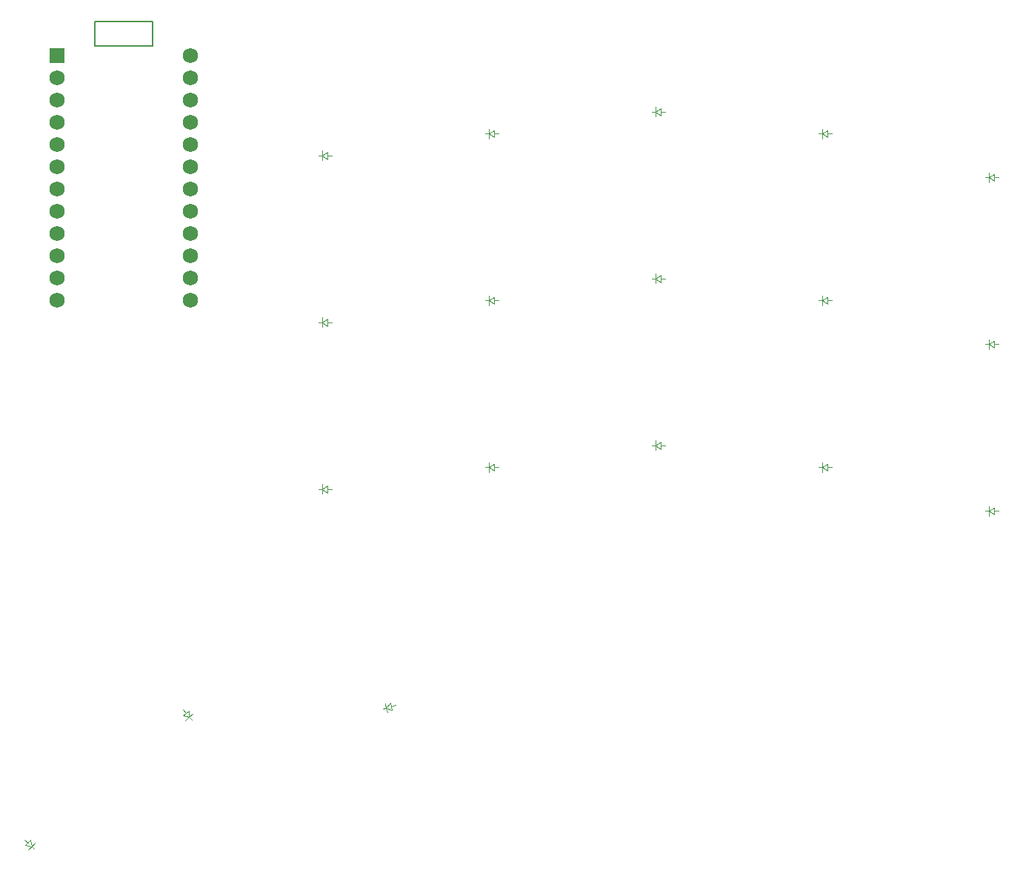
<source format=gbr>
%TF.GenerationSoftware,KiCad,Pcbnew,7.0.10*%
%TF.CreationDate,2024-01-22T21:29:34+02:00*%
%TF.ProjectId,juubo_right_final,6a757562-6f5f-4726-9967-68745f66696e,v1.0.0*%
%TF.SameCoordinates,Original*%
%TF.FileFunction,Legend,Bot*%
%TF.FilePolarity,Positive*%
%FSLAX46Y46*%
G04 Gerber Fmt 4.6, Leading zero omitted, Abs format (unit mm)*
G04 Created by KiCad (PCBNEW 7.0.10) date 2024-01-22 21:29:34*
%MOMM*%
%LPD*%
G01*
G04 APERTURE LIST*
%ADD10C,0.150000*%
%ADD11C,0.100000*%
%ADD12R,1.752600X1.752600*%
%ADD13C,1.752600*%
G04 APERTURE END LIST*
D10*
%TO.C,T1*%
X288652306Y-50959506D02*
X288652306Y-53809506D01*
X288652306Y-53809506D02*
X295252306Y-53809506D01*
X291952306Y-50959506D02*
X288652306Y-50959506D01*
X291952306Y-50959506D02*
X295252306Y-50959506D01*
X293902306Y-50959506D02*
X290002306Y-50959506D01*
X295252306Y-53809506D02*
X295252306Y-50959506D01*
D11*
%TO.C,D10*%
X333302303Y-101899005D02*
X333702303Y-101899005D01*
X333702303Y-101899005D02*
X333702303Y-101349005D01*
X333702303Y-101899005D02*
X333702303Y-102449005D01*
X333702303Y-101899005D02*
X334302303Y-101499005D01*
X334302303Y-101499005D02*
X334302303Y-102299005D01*
X334302303Y-101899005D02*
X334802303Y-101899005D01*
X334302303Y-102299005D02*
X333702303Y-101899005D01*
%TO.C,D1*%
X390452306Y-106899003D02*
X390852306Y-106899003D01*
X390852306Y-106899003D02*
X390852306Y-106349003D01*
X390852306Y-106899003D02*
X390852306Y-107449003D01*
X390852306Y-106899003D02*
X391452306Y-106499003D01*
X391452306Y-106499003D02*
X391452306Y-107299003D01*
X391452306Y-106899003D02*
X391952306Y-106899003D01*
X391452306Y-107299003D02*
X390852306Y-106899003D01*
%TO.C,D8*%
X352352303Y-80349006D02*
X352752303Y-80349006D01*
X352752303Y-80349006D02*
X352752303Y-79799006D01*
X352752303Y-80349006D02*
X352752303Y-80899006D01*
X352752303Y-80349006D02*
X353352303Y-79949006D01*
X353352303Y-79949006D02*
X353352303Y-80749006D01*
X353352303Y-80349006D02*
X353852303Y-80349006D01*
X353352303Y-80749006D02*
X352752303Y-80349006D01*
%TO.C,D14*%
X314252307Y-85349004D02*
X314652307Y-85349004D01*
X314652307Y-85349004D02*
X314652307Y-84799004D01*
X314652307Y-85349004D02*
X314652307Y-85899004D01*
X314652307Y-85349004D02*
X315252307Y-84949004D01*
X315252307Y-84949004D02*
X315252307Y-85749004D01*
X315252307Y-85349004D02*
X315752307Y-85349004D01*
X315252307Y-85749004D02*
X314652307Y-85349004D01*
%TO.C,D2*%
X390452303Y-87849005D02*
X390852303Y-87849005D01*
X390852303Y-87849005D02*
X390852303Y-87299005D01*
X390852303Y-87849005D02*
X390852303Y-88399005D01*
X390852303Y-87849005D02*
X391452303Y-87449005D01*
X391452303Y-87449005D02*
X391452303Y-88249005D01*
X391452303Y-87849005D02*
X391952303Y-87849005D01*
X391452303Y-88249005D02*
X390852303Y-87849005D01*
%TO.C,D12*%
X333302306Y-63799006D02*
X333702306Y-63799006D01*
X333702306Y-63799006D02*
X333702306Y-63249006D01*
X333702306Y-63799006D02*
X333702306Y-64349006D01*
X333702306Y-63799006D02*
X334302306Y-63399006D01*
X334302306Y-63399006D02*
X334302306Y-64199006D01*
X334302306Y-63799006D02*
X334802306Y-63799006D01*
X334302306Y-64199006D02*
X333702306Y-63799006D01*
%TO.C,D4*%
X371402303Y-101899007D02*
X371802303Y-101899007D01*
X371802303Y-101899007D02*
X371802303Y-101349007D01*
X371802303Y-101899007D02*
X371802303Y-102449007D01*
X371802303Y-101899007D02*
X372402303Y-101499007D01*
X372402303Y-101499007D02*
X372402303Y-102299007D01*
X372402303Y-101899007D02*
X372902303Y-101899007D01*
X372402303Y-102299007D02*
X371802303Y-101899007D01*
%TO.C,D7*%
X352352302Y-99399004D02*
X352752302Y-99399004D01*
X352752302Y-99399004D02*
X352752302Y-98849004D01*
X352752302Y-99399004D02*
X352752302Y-99949004D01*
X352752302Y-99399004D02*
X353352302Y-98999004D01*
X353352302Y-98999004D02*
X353352302Y-99799004D01*
X353352302Y-99399004D02*
X353852302Y-99399004D01*
X353352302Y-99799004D02*
X352752302Y-99399004D01*
%TO.C,D13*%
X314252301Y-104399010D02*
X314652301Y-104399010D01*
X314652301Y-104399010D02*
X314652301Y-103849010D01*
X314652301Y-104399010D02*
X314652301Y-104949010D01*
X314652301Y-104399010D02*
X315252301Y-103999010D01*
X315252301Y-103999010D02*
X315252301Y-104799010D01*
X315252301Y-104399010D02*
X315752301Y-104399010D01*
X315252301Y-104799010D02*
X314652301Y-104399010D01*
%TO.C,D6*%
X371402304Y-63799004D02*
X371802304Y-63799004D01*
X371802304Y-63799004D02*
X371802304Y-63249004D01*
X371802304Y-63799004D02*
X371802304Y-64349004D01*
X371802304Y-63799004D02*
X372402304Y-63399004D01*
X372402304Y-63399004D02*
X372402304Y-64199004D01*
X372402304Y-63799004D02*
X372902304Y-63799004D01*
X372402304Y-64199004D02*
X371802304Y-63799004D01*
%TO.C,D11*%
X333302306Y-82849006D02*
X333702306Y-82849006D01*
X333702306Y-82849006D02*
X333702306Y-82299006D01*
X333702306Y-82849006D02*
X333702306Y-83399006D01*
X333702306Y-82849006D02*
X334302306Y-82449006D01*
X334302306Y-82449006D02*
X334302306Y-83249006D01*
X334302306Y-82849006D02*
X334802306Y-82849006D01*
X334302306Y-83249006D02*
X333702306Y-82849006D01*
%TO.C,D17*%
X299703964Y-130742507D02*
X299446849Y-130436090D01*
X299446849Y-130436090D02*
X299025524Y-130789623D01*
X299446849Y-130436090D02*
X299868173Y-130082556D01*
X299446849Y-130436090D02*
X298754758Y-130233578D01*
X298754758Y-130233578D02*
X299367594Y-129719348D01*
X299061176Y-129976463D02*
X298739782Y-129593441D01*
X299367594Y-129719348D02*
X299446849Y-130436090D01*
%TO.C,D15*%
X314252302Y-66299007D02*
X314652302Y-66299007D01*
X314652302Y-66299007D02*
X314652302Y-65749007D01*
X314652302Y-66299007D02*
X314652302Y-66849007D01*
X314652302Y-66299007D02*
X315252302Y-65899007D01*
X315252302Y-65899007D02*
X315252302Y-66699007D01*
X315252302Y-66299007D02*
X315752302Y-66299007D01*
X315252302Y-66699007D02*
X314652302Y-66299007D01*
%TO.C,D16*%
X321571957Y-129472749D02*
X321958327Y-129369222D01*
X321958327Y-129369222D02*
X321815976Y-128837962D01*
X321958327Y-129369222D02*
X322100677Y-129900481D01*
X321958327Y-129369222D02*
X322434355Y-128827560D01*
X322434355Y-128827560D02*
X322641410Y-129600301D01*
X322537882Y-129213930D02*
X323020845Y-129084521D01*
X322641410Y-129600301D02*
X321958327Y-129369222D01*
%TO.C,D18*%
X281712966Y-145484109D02*
X281430123Y-145201266D01*
X281430123Y-145201266D02*
X281041215Y-145590175D01*
X281430123Y-145201266D02*
X281819032Y-144812358D01*
X281430123Y-145201266D02*
X280723017Y-145059845D01*
X280723017Y-145059845D02*
X281288702Y-144494160D01*
X281005859Y-144777002D02*
X280652306Y-144423449D01*
X281288702Y-144494160D02*
X281430123Y-145201266D01*
%TO.C,D3*%
X390452303Y-68799001D02*
X390852303Y-68799001D01*
X390852303Y-68799001D02*
X390852303Y-68249001D01*
X390852303Y-68799001D02*
X390852303Y-69349001D01*
X390852303Y-68799001D02*
X391452303Y-68399001D01*
X391452303Y-68399001D02*
X391452303Y-69199001D01*
X391452303Y-68799001D02*
X391952303Y-68799001D01*
X391452303Y-69199001D02*
X390852303Y-68799001D01*
%TO.C,D5*%
X371402308Y-82849005D02*
X371802308Y-82849005D01*
X371802308Y-82849005D02*
X371802308Y-82299005D01*
X371802308Y-82849005D02*
X371802308Y-83399005D01*
X371802308Y-82849005D02*
X372402308Y-82449005D01*
X372402308Y-82449005D02*
X372402308Y-83249005D01*
X372402308Y-82849005D02*
X372902308Y-82849005D01*
X372402308Y-83249005D02*
X371802308Y-82849005D01*
%TO.C,D9*%
X352352304Y-61299004D02*
X352752304Y-61299004D01*
X352752304Y-61299004D02*
X352752304Y-60749004D01*
X352752304Y-61299004D02*
X352752304Y-61849004D01*
X352752304Y-61299004D02*
X353352304Y-60899004D01*
X353352304Y-60899004D02*
X353352304Y-61699004D01*
X353352304Y-61299004D02*
X353852304Y-61299004D01*
X353352304Y-61699004D02*
X352752304Y-61299004D01*
%TD*%
D12*
%TO.C,MCU1*%
X284332304Y-54854005D03*
D13*
X284332304Y-57394005D03*
X284332304Y-59934005D03*
X284332304Y-62474005D03*
X284332304Y-65014005D03*
X284332304Y-67554005D03*
X284332304Y-70094005D03*
X284332304Y-72634005D03*
X284332304Y-75174005D03*
X284332304Y-77714005D03*
X284332304Y-80254005D03*
X284332304Y-82794005D03*
X299572304Y-54854005D03*
X299572304Y-57394005D03*
X299572304Y-59934005D03*
X299572304Y-62474005D03*
X299572304Y-65014005D03*
X299572304Y-67554005D03*
X299572304Y-70094005D03*
X299572304Y-72634005D03*
X299572304Y-75174005D03*
X299572304Y-77714005D03*
X299572304Y-80254005D03*
X299572304Y-82794005D03*
%TD*%
M02*

</source>
